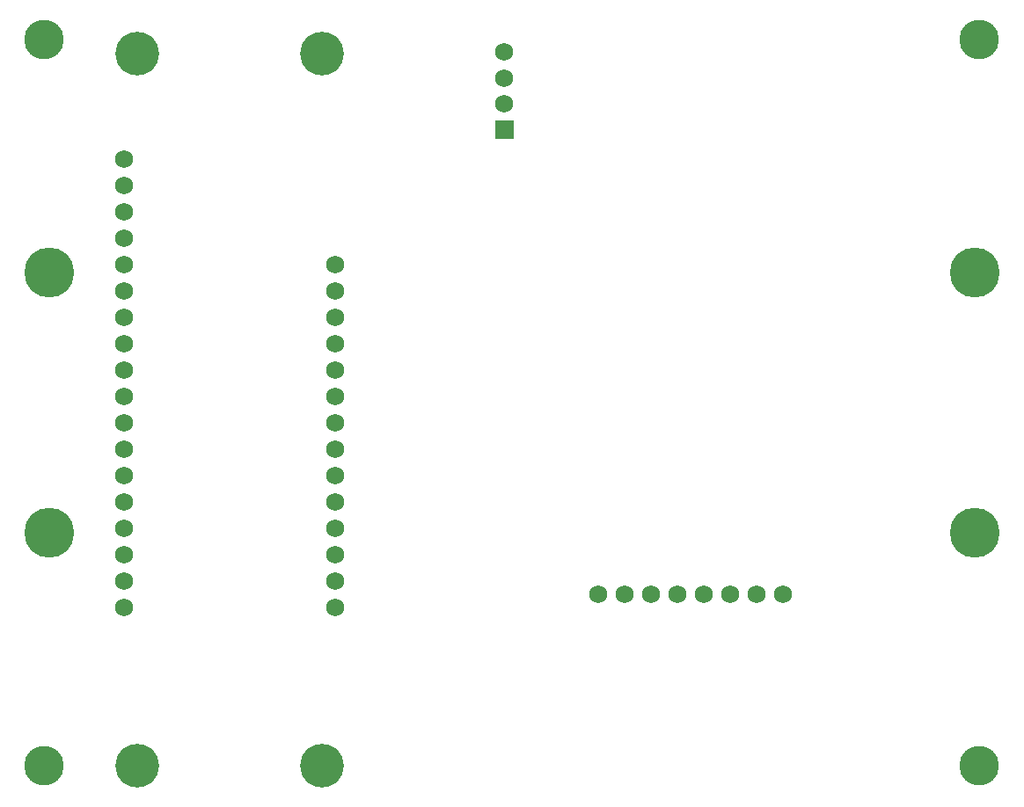
<source format=gbs>
G04 Layer: BottomSolderMaskLayer*
G04 EasyEDA v6.4.19.4, 2021-07-14T11:09:17--7:00*
G04 73e50abd1ea448babbb0d4c805b7eb3a,d433bb90ee054a4e8348b136ee7bb52c,10*
G04 Gerber Generator version 0.2*
G04 Scale: 100 percent, Rotated: No, Reflected: No *
G04 Dimensions in inches *
G04 leading zeros omitted , absolute positions ,3 integer and 6 decimal *
%FSLAX36Y36*%
%MOIN*%

%ADD40C,0.1497*%
%ADD41C,0.1891*%
%ADD43C,0.0680*%
%ADD44C,0.1655*%

%LPD*%
D40*
G01*
X3188980Y0D03*
G01*
X3188980Y2755909D03*
G01*
X-354329Y0D03*
G01*
X-354329Y2755909D03*
D41*
G01*
X-334650Y1870079D03*
G01*
X-334650Y885830D03*
G01*
X3173230Y1870079D03*
G01*
X3173230Y885830D03*
D43*
G01*
X-50000Y2300000D03*
G01*
X-50000Y2200000D03*
G01*
X-50000Y2100000D03*
G01*
X-50000Y2000000D03*
G01*
X-50000Y1900000D03*
G01*
X-50000Y1800000D03*
G01*
X-50000Y1700000D03*
G01*
X-50000Y1600000D03*
G01*
X-50000Y1500000D03*
G01*
X-50000Y1400000D03*
G01*
X-50000Y1300000D03*
G01*
X-50000Y1200000D03*
G01*
X-50000Y1100000D03*
G01*
X-50000Y1000000D03*
G01*
X-50000Y900000D03*
G01*
X-50000Y800000D03*
G01*
X-50000Y700000D03*
G01*
X-50000Y600000D03*
G01*
X750000Y600000D03*
G01*
X750000Y700000D03*
G01*
X750000Y800000D03*
G01*
X750000Y900000D03*
G01*
X750000Y1000000D03*
G01*
X750000Y1100000D03*
G01*
X750000Y1200000D03*
G01*
X750000Y1300000D03*
G01*
X750000Y1400000D03*
G01*
X750000Y1500000D03*
G01*
X750000Y1600000D03*
G01*
X750000Y1700000D03*
G01*
X750000Y1800000D03*
G01*
X750000Y1900000D03*
D44*
G01*
X0Y2700000D03*
G01*
X700000Y2700000D03*
G01*
X0Y0D03*
G01*
X700000Y0D03*
D43*
G01*
X1745670Y650000D03*
G01*
X1845670Y650000D03*
G01*
X1945670Y650000D03*
G01*
X2045670Y650000D03*
G01*
X2145670Y650000D03*
G01*
X2245670Y650000D03*
G01*
X2345670Y650000D03*
G01*
X2445670Y650000D03*
G36*
X1356000Y2378400D02*
G01*
X1356000Y2446399D01*
X1423999Y2446399D01*
X1423999Y2378400D01*
G37*
G01*
X1390000Y2510790D03*
G01*
X1390000Y2609189D03*
G01*
X1390000Y2707640D03*
M02*

</source>
